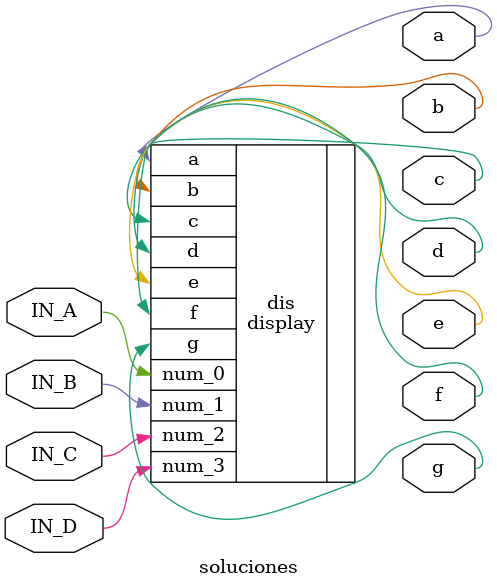
<source format=sv>
module soluciones (input IN_A, IN_B, IN_C, IN_D, output a, b, c, d, e, f, g);
	display dis(.num_0(IN_A),.num_1(IN_B),.num_2(IN_C),.num_3(IN_D),.a(a),.b(b),.c(c),.d(d),.e(e),.f(f),.g(g));
endmodule

</source>
